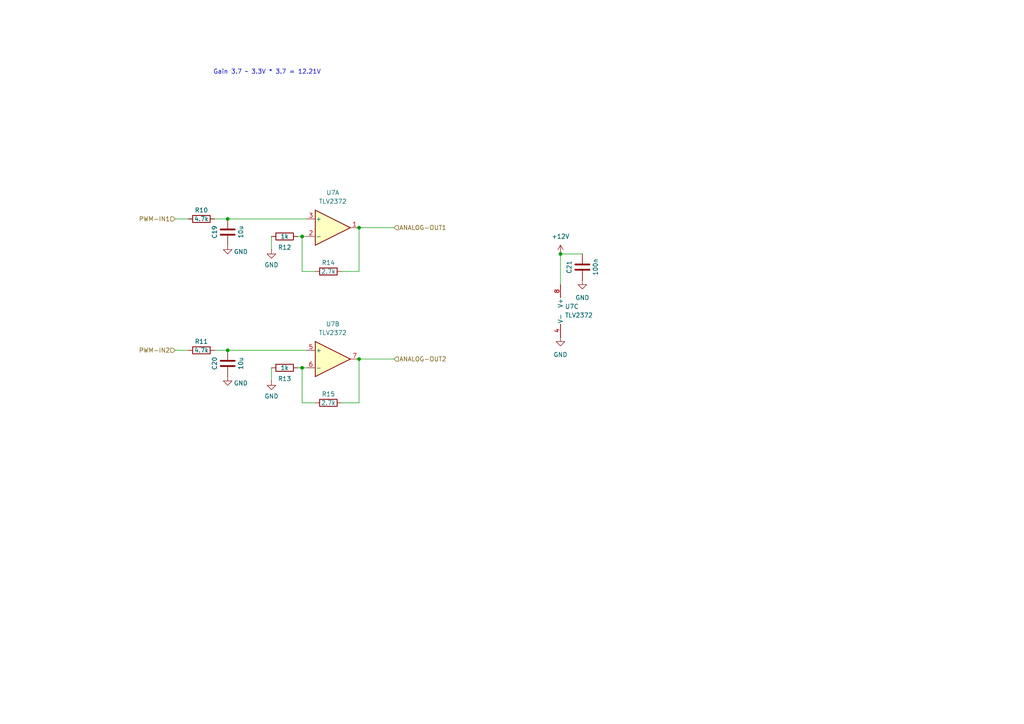
<source format=kicad_sch>
(kicad_sch (version 20231120) (generator "eeschema") (generator_version "8.0")
  (paper "A4")
  (lib_symbols
    (symbol "Amplifier_Operational:TLV2372" (pin_names (offset 0.127))
      (property "Reference" "U" (at 0 5.08 0))
      (property "Value" "TLV2372" (at 0 -5.08 0))
      (symbol "TLV2372_1_1"
        (polyline (pts (xy -5.08 5.08) (xy 5.08 0) (xy -5.08 -5.08) (xy -5.08 5.08)) (stroke (width 0.254)) (fill (type background)))
        (pin output line (at 7.62 0 180) (length 2.54) (name "~") (number "1"))
        (pin input line (at -7.62 -2.54 0) (length 2.54) (name "-") (number "2"))
        (pin input line (at -7.62 2.54 0) (length 2.54) (name "+") (number "3"))
      )
      (symbol "TLV2372_2_1"
        (polyline (pts (xy -5.08 5.08) (xy 5.08 0) (xy -5.08 -5.08) (xy -5.08 5.08)) (stroke (width 0.254)) (fill (type background)))
        (pin input line (at -7.62 2.54 0) (length 2.54) (name "+") (number "5"))
        (pin input line (at -7.62 -2.54 0) (length 2.54) (name "-") (number "6"))
        (pin output line (at 7.62 0 180) (length 2.54) (name "~") (number "7"))
      )
      (symbol "TLV2372_3_1"
        (pin power_in line (at -2.54 -7.62 90) (length 3.81) (name "V-") (number "4"))
        (pin power_in line (at -2.54 7.62 270) (length 3.81) (name "V+") (number "8"))
      )
    )
    (symbol "Device:C" (pin_numbers hide) (pin_names (offset 0.254))
      (property "Reference" "C" (at 0.635 2.54 0))
      (property "Value" "C" (at 0.635 -2.54 0))
      (symbol "C_0_1"
        (polyline (pts (xy -2.032 -0.762) (xy 2.032 -0.762)) (stroke (width 0.508)))
        (polyline (pts (xy -2.032 0.762) (xy 2.032 0.762)) (stroke (width 0.508)))
      )
      (symbol "C_1_1"
        (pin passive line (at 0 3.81 270) (length 2.794) (name "~") (number "1"))
        (pin passive line (at 0 -3.81 90) (length 2.794) (name "~") (number "2"))
      )
    )
    (symbol "Device:R" (pin_numbers hide) (pin_names (offset 0))
      (property "Reference" "R" (at 2.032 0 90))
      (property "Value" "R" (at 0 0 90))
      (symbol "R_0_1"
        (rectangle (start -1.016 -2.54) (end 1.016 2.54) (stroke (width 0.254)))
      )
      (symbol "R_1_1"
        (pin passive line (at 0 3.81 270) (length 1.27) (name "~") (number "1"))
        (pin passive line (at 0 -3.81 90) (length 1.27) (name "~") (number "2"))
      )
    )
    (symbol "power:+12V" (power) (pin_numbers hide) (pin_names (offset 0) hide)
      (property "Value" "+12V" (at 0 3.556 0))
      (symbol "+12V_0_1"
        (polyline (pts (xy -0.762 1.27) (xy 0 2.54)))
        (polyline (pts (xy 0 0) (xy 0 2.54)))
        (polyline (pts (xy 0 2.54) (xy 0.762 1.27)))
      )
      (symbol "+12V_1_1"
        (pin power_in line (at 0 0 90) (length 0) (name "~") (number "1"))
      )
    )
    (symbol "power:GND" (power) (pin_numbers hide) (pin_names (offset 0) hide)
      (property "Value" "GND" (at 0 -3.81 0))
      (symbol "GND_0_1"
        (polyline (pts (xy 0 0) (xy 0 -1.27) (xy 1.27 -1.27) (xy 0 -2.54) (xy -1.27 -1.27) (xy 0 -1.27)))
      )
      (symbol "GND_1_1"
        (pin power_in line (at 0 0 270) (length 0) (name "~") (number "1"))
      )
    )
  )
  (junction (at 104.14 66.04))
  (junction (at 66.04 101.6))
  (junction (at 87.63 68.58))
  (junction (at 104.14 104.14))
  (junction (at 162.56 73.66))
  (junction (at 87.63 106.68))
  (junction (at 66.04 63.5))
  (wire (pts (xy 78.74 72.39) (xy 78.74 68.58)))
  (wire (pts (xy 62.23 101.6) (xy 66.04 101.6)))
  (wire (pts (xy 99.06 78.74) (xy 104.14 78.74)))
  (wire (pts (xy 162.56 73.66) (xy 168.91 73.66)))
  (wire (pts (xy 104.14 116.84) (xy 104.14 104.14)))
  (wire (pts (xy 104.14 104.14) (xy 114.3 104.14)))
  (wire (pts (xy 99.06 116.84) (xy 104.14 116.84)))
  (wire (pts (xy 66.04 63.5) (xy 88.9 63.5)))
  (wire (pts (xy 162.56 73.66) (xy 162.56 82.55)))
  (wire (pts (xy 62.23 63.5) (xy 66.04 63.5)))
  (wire (pts (xy 50.8 101.6) (xy 54.61 101.6)))
  (wire (pts (xy 86.36 68.58) (xy 87.63 68.58)))
  (wire (pts (xy 50.8 63.5) (xy 54.61 63.5)))
  (wire (pts (xy 104.14 66.04) (xy 114.3 66.04)))
  (wire (pts (xy 91.44 78.74) (xy 87.63 78.74)))
  (wire (pts (xy 91.44 116.84) (xy 87.63 116.84)))
  (wire (pts (xy 86.36 106.68) (xy 87.63 106.68)))
  (wire (pts (xy 78.74 110.49) (xy 78.74 106.68)))
  (wire (pts (xy 66.04 101.6) (xy 88.9 101.6)))
  (wire (pts (xy 87.63 68.58) (xy 88.9 68.58)))
  (wire (pts (xy 104.14 78.74) (xy 104.14 66.04)))
  (wire (pts (xy 87.63 116.84) (xy 87.63 106.68)))
  (wire (pts (xy 87.63 106.68) (xy 88.9 106.68)))
  (wire (pts (xy 87.63 78.74) (xy 87.63 68.58)))
  (text "Gain 3.7 ~ 3.3V * 3.7 = 12.21V" (at 77.47 20.955 0) (effects (font (size 1.27 1.27))))
  (hierarchical_label "ANALOG-OUT1" (shape input) (at 114.3 66.04 0))
  (hierarchical_label "PWM-IN2" (shape input) (at 50.8 101.6 180))
  (hierarchical_label "ANALOG-OUT2" (shape input) (at 114.3 104.14 0))
  (hierarchical_label "PWM-IN1" (shape input) (at 50.8 63.5 180))
  (symbol (lib_id "Device:C") (at 66.04 67.31 0) (unit 1)
    (property "Reference" "C19" (at 62.23 67.31 90))
    (property "Value" "10u" (at 69.85 67.31 90))
    (property "Footprint" "Capacitor_SMD:C_0603_1608Metric" (effects (hide yes)))
    (property "MPN" "C19702" (effects (hide yes)))
  )
  (symbol (lib_id "Device:C") (at 66.04 105.41 0) (unit 1)
    (property "Reference" "C20" (at 62.23 105.41 90))
    (property "Value" "10u" (at 69.85 105.41 90))
    (property "Footprint" "Capacitor_SMD:C_0603_1608Metric" (effects (hide yes)))
    (property "MPN" "C19702" (effects (hide yes)))
  )
  (symbol (lib_id "power:GND") (at 66.04 109.22 0) (unit 1)
    (property "Reference" "#PWR052" (effects (hide yes)))
    (property "Value" "GND" (at 69.85 111.125 0))
    (property "Description" "Power symbol creates a global label with name \"GND\" , ground" (effects (hide yes)))
  )
  (symbol (lib_id "power:GND") (at 66.04 71.12 0) (unit 1)
    (property "Reference" "#PWR051" (effects (hide yes)))
    (property "Value" "GND" (at 69.85 73.025 0))
    (property "Description" "Power symbol creates a global label with name \"GND\" , ground" (effects (hide yes)))
  )
  (symbol (lib_id "Device:R") (at 58.42 101.6 90) (unit 1)
    (property "Reference" "R11" (at 58.42 99.06 90))
    (property "Value" "4.7k" (at 58.42 101.6 90))
    (property "Footprint" "Resistor_SMD:R_0603_1608Metric" (effects (hide yes)))
    (property "MPN" "C23162" (effects (hide yes)))
  )
  (symbol (lib_id "power:GND") (at 78.74 72.39 0) (unit 1)
    (property "Reference" "#PWR053" (effects (hide yes)))
    (property "Value" "GND" (at 78.74 76.835 0))
    (property "Description" "Power symbol creates a global label with name \"GND\" , ground" (effects (hide yes)))
  )
  (symbol (lib_id "Device:R") (at 95.25 116.84 90) (unit 1)
    (property "Reference" "R15" (at 95.25 114.3 90))
    (property "Value" "2.7k" (at 95.25 116.84 90))
    (property "Footprint" "Resistor_SMD:R_0603_1608Metric" (effects (hide yes)))
    (property "MPN" "C13167" (effects (hide yes)))
  )
  (symbol (lib_id "Amplifier_Operational:TLV2372") (at 165.1 90.17 0) (unit 3)
    (property "Reference" "U7" (at 163.83 88.8999 0) (effects (justify left)))
    (property "Value" "TLV2372" (at 163.83 91.4399 0) (effects (justify left)))
    (property "Footprint" "Package_SO:SOIC-8_3.9x4.9mm_P1.27mm" (effects (hide yes)))
    (property "Datasheet" "http://www.ti.com/lit/ds/symlink/tlv2375.pdf" (effects (hide yes)))
    (property "Description" "Dual Rail-to-Rail Input/Output Operational Amplifier, DIP-8/SOIC-8/VSSOP-8" (effects (hide yes)))
    (property "MPN" "C27204" (effects (hide yes)))
  )
  (symbol (lib_id "Device:R") (at 82.55 68.58 90) (unit 1)
    (property "Reference" "R12" (at 82.55 71.755 90))
    (property "Value" "1k" (at 82.55 68.58 90))
    (property "Footprint" "Resistor_SMD:R_0603_1608Metric" (effects (hide yes)))
    (property "MPN" "C21190" (effects (hide yes)))
  )
  (symbol (lib_id "Device:C") (at 168.91 77.47 0) (unit 1)
    (property "Reference" "C21" (at 165.1 77.47 90))
    (property "Value" "100n" (at 172.72 77.47 90))
    (property "Footprint" "Capacitor_SMD:C_0603_1608Metric" (effects (hide yes)))
    (property "MPN" "C14663" (effects (hide yes)))
  )
  (symbol (lib_id "power:GND") (at 78.74 110.49 0) (unit 1)
    (property "Reference" "#PWR054" (effects (hide yes)))
    (property "Value" "GND" (at 78.74 114.935 0))
    (property "Description" "Power symbol creates a global label with name \"GND\" , ground" (effects (hide yes)))
  )
  (symbol (lib_id "power:+12V") (at 162.56 73.66 0) (unit 1)
    (property "Reference" "#PWR055" (effects (hide yes)))
    (property "Value" "+12V" (at 162.56 68.58 0))
    (property "Description" "Power symbol creates a global label with name \"+12V\"" (effects (hide yes)))
  )
  (symbol (lib_id "power:GND") (at 168.91 81.28 0) (unit 1)
    (property "Reference" "#PWR057" (effects (hide yes)))
    (property "Value" "GND" (at 168.91 86.36 0))
    (property "Description" "Power symbol creates a global label with name \"GND\" , ground" (effects (hide yes)))
  )
  (symbol (lib_id "Amplifier_Operational:TLV2372") (at 96.52 66.04 0) (unit 1)
    (property "Reference" "U7" (at 96.52 55.88 0))
    (property "Value" "TLV2372" (at 96.52 58.42 0))
    (property "Footprint" "Package_SO:SOIC-8_3.9x4.9mm_P1.27mm" (effects (hide yes)))
    (property "Datasheet" "http://www.ti.com/lit/ds/symlink/tlv2375.pdf" (effects (hide yes)))
    (property "Description" "Dual Rail-to-Rail Input/Output Operational Amplifier, DIP-8/SOIC-8/VSSOP-8" (effects (hide yes)))
    (property "MPN" "C27204" (effects (hide yes)))
  )
  (symbol (lib_id "Device:R") (at 58.42 63.5 90) (unit 1)
    (property "Reference" "R10" (at 58.42 60.96 90))
    (property "Value" "4.7k" (at 58.42 63.5 90))
    (property "Footprint" "Resistor_SMD:R_0603_1608Metric" (effects (hide yes)))
    (property "MPN" "C23162" (effects (hide yes)))
  )
  (symbol (lib_id "power:GND") (at 162.56 97.79 0) (unit 1)
    (property "Reference" "#PWR056" (effects (hide yes)))
    (property "Value" "GND" (at 162.56 102.87 0))
    (property "Description" "Power symbol creates a global label with name \"GND\" , ground" (effects (hide yes)))
  )
  (symbol (lib_id "Amplifier_Operational:TLV2372") (at 96.52 104.14 0) (unit 2)
    (property "Reference" "U7" (at 96.52 93.98 0))
    (property "Value" "TLV2372" (at 96.52 96.52 0))
    (property "Footprint" "Package_SO:SOIC-8_3.9x4.9mm_P1.27mm" (effects (hide yes)))
    (property "Datasheet" "http://www.ti.com/lit/ds/symlink/tlv2375.pdf" (effects (hide yes)))
    (property "Description" "Dual Rail-to-Rail Input/Output Operational Amplifier, DIP-8/SOIC-8/VSSOP-8" (effects (hide yes)))
    (property "MPN" "C27204" (effects (hide yes)))
  )
  (symbol (lib_id "Device:R") (at 95.25 78.74 90) (unit 1)
    (property "Reference" "R14" (at 95.25 76.2 90))
    (property "Value" "2.7k" (at 95.25 78.74 90))
    (property "Footprint" "Resistor_SMD:R_0603_1608Metric" (effects (hide yes)))
    (property "MPN" "C13167" (effects (hide yes)))
  )
  (symbol (lib_id "Device:R") (at 82.55 106.68 90) (unit 1)
    (property "Reference" "R13" (at 82.55 109.855 90))
    (property "Value" "1k" (at 82.55 106.68 90))
    (property "Footprint" "Resistor_SMD:R_0603_1608Metric" (effects (hide yes)))
    (property "MPN" "C21190" (effects (hide yes)))
  )
)
</source>
